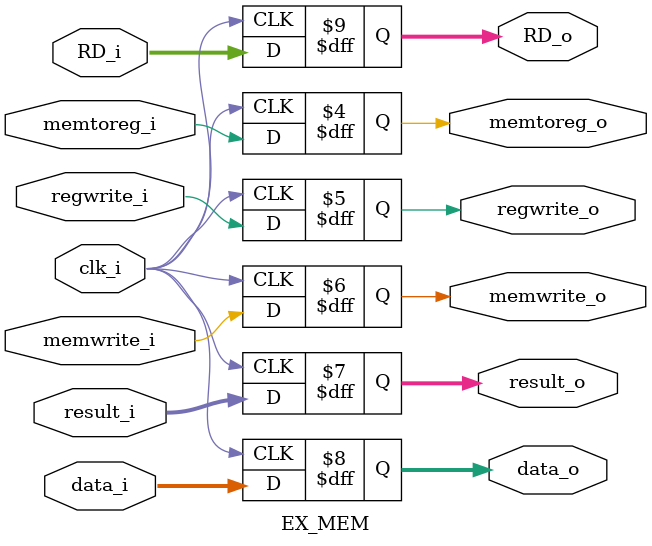
<source format=v>
module EX_MEM
(
    clk_i,
    memtoreg_i,
    regwrite_i,
    memwrite_i,
    result_i,
    data_i,
    RD_i,
    memtoreg_o,
    regwrite_o,
    memwrite_o,
    result_o,
    data_o,
    RD_o,
);

input clk_i;

input				memtoreg_i;
input				regwrite_i;
input				memwrite_i;
input [31:0]		result_i;
input [31:0]		data_i;
input [4:0]			RD_i;

output reg 			memtoreg_o; 
output reg			regwrite_o = 0;
output reg			memwrite_o = 0;
output reg [31:0]	result_o;
output reg [31:0]	data_o;
output reg [4:0]	RD_o;

always@(posedge clk_i) begin
    memtoreg_o	<=	memtoreg_i;
    regwrite_o	<=	regwrite_i;
    memwrite_o	<=	memwrite_i;
    result_o	<=	result_i;
    data_o		<=	data_i;
    RD_o		<=	RD_i;
end
endmodule

</source>
